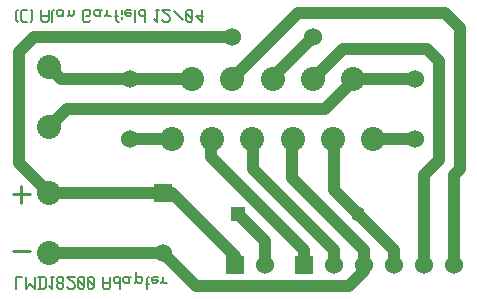
<source format=gbr>
G04 Title: (unknown), layergroup #1 *
G04 Creator: pcb-bin 1.99p *
G04 CreationDate: Wed Dec  8 04:36:31 2004 UTC *
G04 For: alan *
G04 Format: Gerber/RS-274X *
G04 PCB-Dimensions: 157500 99500 *
G04 PCB-Coordinate-Origin: lower left *
%MOIN*%
%FSLAX24Y24*%
G04 contains layers solder (0) GND-sldr (1) Vcc-sldr (2) *
%IPPOS*%
%ADD11C,0.0400*%
%ADD12R,0.0500X0.0500*%
%ADD13C,0.0500*%
%ADD14C,0.0200*%
%ADD15C,0.0080*%
%ADD16C,0.0800*%
%ADD17C,0.0100*%
%ADD18R,0.0600X0.0600*%
%ADD19C,0.0600*%
%ADD20C,0.0150*%
%ADD21C,0.0110*%
%LNGROUP_0*%
%LPD*%
G01X0Y0D02*
G54D11*X15200Y9050D02*Y4350D01*
X7800Y2850D02*X8700Y1950D01*
X12000Y950D02*X11500Y450D01*
X12000Y1650D02*Y950D01*
X14000Y1150D02*Y4150D01*
X9600Y4050D02*X12000Y1650D01*
X8300Y4350D02*X11000Y1650D01*
X6900Y4750D02*X10000Y1650D01*
X5200Y1550D02*X1500D01*
X5600Y3550D02*X7700Y1450D01*
X15000Y4150D02*Y1150D01*
X14000Y4150D02*X14500Y4650D01*
X11000Y3650D02*X13000Y1650D01*
X11000D02*Y1150D01*
X1000Y8750D02*X7600D01*
X1900Y7350D02*X6300D01*
X13700D02*X11600D01*
X1500Y5750D02*X2100Y6350D01*
X10700D01*
X11700Y7350D01*
X12300Y5350D02*X13700D01*
X4200D02*X5600D01*
Y3550D02*X1500D01*
X13000Y1650D02*Y1150D01*
X10300Y7350D02*X11300Y8350D01*
X500Y8250D02*X1000Y8750D01*
X500Y4550D02*Y8250D01*
X14500Y7950D02*Y4650D01*
X7600Y7350D02*X9800Y9550D01*
X11300Y8350D02*X14100D01*
X14500Y7950D01*
X1500Y3550D02*X500Y4550D01*
X7700Y1450D02*Y1150D01*
X9800Y9550D02*X14700D01*
X15200Y9050D01*
X6400Y450D02*X5300Y1550D01*
X6900Y5350D02*Y4750D01*
X8700Y1950D02*Y1150D01*
X8300Y5350D02*Y4350D01*
X10000Y1650D02*Y1150D01*
X9600Y5350D02*Y4050D01*
X1500Y7750D02*X1900Y7350D01*
X11000Y5350D02*Y3650D01*
X15200Y4350D02*X15000Y4150D01*
X8900Y7350D02*X10300Y8750D01*
X11500Y450D02*X6400D01*
G04 Text: LMD18200 Adapter *
G54D15*X400Y350D02*Y750D01*
X600D01*
X720Y350D02*Y750D01*
Y350D02*X870Y500D01*
X1020Y350D01*
Y750D01*
X1190Y350D02*Y750D01*
X1340Y350D02*X1390Y400D01*
Y700D01*
X1340Y750D02*X1390Y700D01*
X1140Y750D02*X1340D01*
X1140Y350D02*X1340D01*
X1560Y750D02*X1660D01*
X1610Y350D02*Y750D01*
X1510Y450D02*X1610Y350D01*
X1780Y700D02*X1830Y750D01*
X1780Y600D02*Y700D01*
Y600D02*X1830Y550D01*
X1930D01*
X1980Y600D01*
Y700D01*
X1930Y750D02*X1980Y700D01*
X1830Y750D02*X1930D01*
X1780Y500D02*X1830Y550D01*
X1780Y400D02*Y500D01*
Y400D02*X1830Y350D01*
X1930D01*
X1980Y400D01*
Y500D01*
X1930Y550D02*X1980Y500D01*
X2100Y400D02*X2150Y350D01*
X2300D01*
X2350Y400D01*
Y500D01*
X2100Y750D02*X2350Y500D01*
X2100Y750D02*X2350D01*
X2470Y700D02*X2520Y750D01*
X2470Y400D02*Y700D01*
Y400D02*X2520Y350D01*
X2620D01*
X2670Y400D01*
Y700D01*
X2620Y750D02*X2670Y700D01*
X2520Y750D02*X2620D01*
X2470Y650D02*X2670Y450D01*
X2790Y700D02*X2840Y750D01*
X2790Y400D02*Y700D01*
Y400D02*X2840Y350D01*
X2940D01*
X2990Y400D01*
Y700D01*
X2940Y750D02*X2990Y700D01*
X2840Y750D02*X2940D01*
X2790Y650D02*X2990Y450D01*
X3290Y400D02*Y750D01*
Y400D02*X3340Y350D01*
X3490D01*
X3540Y400D01*
Y750D01*
X3290Y550D02*X3540D01*
X3860Y350D02*Y750D01*
X3810D02*X3860Y700D01*
X3710Y750D02*X3810D01*
X3660Y700D02*X3710Y750D01*
X3660Y600D02*Y700D01*
Y600D02*X3710Y550D01*
X3810D01*
X3860Y600D01*
X4131Y550D02*X4181Y600D01*
X4031Y550D02*X4131D01*
X3981Y600D02*X4031Y550D01*
X3981Y600D02*Y700D01*
X4031Y750D01*
X4181Y550D02*Y700D01*
X4231Y750D01*
X4031D02*X4131D01*
X4181Y700D01*
X4401Y600D02*Y900D01*
X4351Y550D02*X4401Y600D01*
X4451Y550D01*
X4551D01*
X4601Y600D01*
Y700D01*
X4551Y750D02*X4601Y700D01*
X4451Y750D02*X4551D01*
X4401Y700D02*X4451Y750D01*
X4771Y350D02*Y700D01*
X4821Y750D01*
X4721Y500D02*X4821D01*
X4971Y750D02*X5121D01*
X4921Y700D02*X4971Y750D01*
X4921Y600D02*Y700D01*
Y600D02*X4971Y550D01*
X5071D01*
X5121Y600D01*
X4921Y650D02*X5121D01*
Y600D02*Y650D01*
X5291Y600D02*Y750D01*
Y600D02*X5341Y550D01*
X5441D01*
X5241D02*X5291Y600D01*
G04 Text: + *
G54D21*X300Y3502D02*X852D01*
X576Y3226D02*Y3778D01*
G04 Text: (C) Alan Garfield 12/04 *
G54D15*X400Y9600D02*X450Y9650D01*
X400Y9300D02*X450Y9250D01*
X400Y9300D02*Y9600D01*
X620Y9650D02*X770D01*
X570Y9600D02*X620Y9650D01*
X570Y9300D02*Y9600D01*
Y9300D02*X620Y9250D01*
X770D01*
X890D02*X940Y9300D01*
Y9600D01*
X890Y9650D02*X940Y9600D01*
X1240Y9300D02*Y9650D01*
Y9300D02*X1290Y9250D01*
X1440D01*
X1490Y9300D01*
Y9650D01*
X1240Y9450D02*X1490D01*
X1610Y9250D02*Y9600D01*
X1660Y9650D01*
X1910Y9450D02*X1960Y9500D01*
X1810Y9450D02*X1910D01*
X1760Y9500D02*X1810Y9450D01*
X1760Y9500D02*Y9600D01*
X1810Y9650D01*
X1960Y9450D02*Y9600D01*
X2010Y9650D01*
X1810D02*X1910D01*
X1960Y9600D01*
X2180Y9500D02*Y9650D01*
Y9500D02*X2230Y9450D01*
X2280D01*
X2330Y9500D01*
Y9650D01*
X2130Y9450D02*X2180Y9500D01*
X2830Y9250D02*X2880Y9300D01*
X2680Y9250D02*X2830D01*
X2630Y9300D02*X2680Y9250D01*
X2630Y9300D02*Y9600D01*
X2680Y9650D01*
X2830D01*
X2880Y9600D01*
Y9500D02*Y9600D01*
X2830Y9450D02*X2880Y9500D01*
X2730Y9450D02*X2830D01*
X3150D02*X3200Y9500D01*
X3050Y9450D02*X3150D01*
X3000Y9500D02*X3050Y9450D01*
X3000Y9500D02*Y9600D01*
X3050Y9650D01*
X3200Y9450D02*Y9600D01*
X3250Y9650D01*
X3050D02*X3150D01*
X3200Y9600D01*
X3420Y9500D02*Y9650D01*
Y9500D02*X3470Y9450D01*
X3570D01*
X3370D02*X3420Y9500D01*
X3741Y9300D02*Y9650D01*
Y9300D02*X3791Y9250D01*
X3841D01*
X3691Y9450D02*X3791D01*
X3941Y9350D02*Y9400D01*
Y9500D02*Y9650D01*
X4091D02*X4241D01*
X4041Y9600D02*X4091Y9650D01*
X4041Y9500D02*Y9600D01*
Y9500D02*X4091Y9450D01*
X4191D01*
X4241Y9500D01*
X4041Y9550D02*X4241D01*
Y9500D02*Y9550D01*
X4361Y9250D02*Y9600D01*
X4411Y9650D01*
X4711Y9250D02*Y9650D01*
X4661D02*X4711Y9600D01*
X4561Y9650D02*X4661D01*
X4511Y9600D02*X4561Y9650D01*
X4511Y9500D02*Y9600D01*
Y9500D02*X4561Y9450D01*
X4661D01*
X4711Y9500D01*
X5061Y9650D02*X5161D01*
X5111Y9250D02*Y9650D01*
X5011Y9350D02*X5111Y9250D01*
X5281Y9300D02*X5331Y9250D01*
X5481D01*
X5531Y9300D01*
Y9400D01*
X5281Y9650D02*X5531Y9400D01*
X5281Y9650D02*X5531D01*
X5651Y9600D02*X5951Y9300D01*
X6071Y9600D02*X6121Y9650D01*
X6071Y9300D02*Y9600D01*
Y9300D02*X6121Y9250D01*
X6221D01*
X6271Y9300D01*
Y9600D01*
X6221Y9650D02*X6271Y9600D01*
X6121Y9650D02*X6221D01*
X6071Y9550D02*X6271Y9350D01*
X6391Y9450D02*X6591Y9250D01*
X6391Y9450D02*X6641D01*
X6591Y9250D02*Y9650D01*
G04 Text: - *
G54D21*X300Y1602D02*X852D01*
G54D12*X7800Y2850D03*
G54D13*X11800D03*
G54D16*X1500Y5750D03*
Y7750D03*
G54D18*X10000Y1150D03*
G54D19*X11000D03*
X12000D03*
X13000D03*
X14000D03*
X15000D03*
X4200Y7350D03*
Y5350D03*
G54D16*X5600D03*
X7610Y7350D03*
X10960Y5350D03*
X6270Y7350D03*
X6940Y5350D03*
X10290Y7350D03*
X8950D03*
X8280Y5350D03*
X11630Y7350D03*
X9620Y5350D03*
X12300D03*
G54D19*X13700D03*
Y7350D03*
G54D18*X5300Y3550D03*
G54D19*Y1550D03*
G54D16*X1500D03*
Y3550D03*
G54D18*X7700Y1150D03*
G54D19*X8700D03*
X7600Y8750D03*
X10300D03*
M02*

</source>
